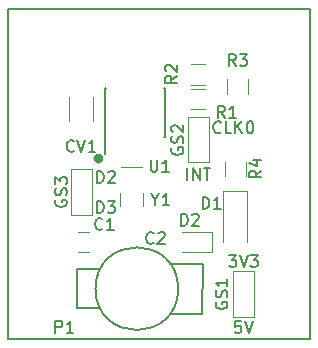
<source format=gbr>
G04 #@! TF.FileFunction,Legend,Top*
%FSLAX46Y46*%
G04 Gerber Fmt 4.6, Leading zero omitted, Abs format (unit mm)*
G04 Created by KiCad (PCBNEW 4.0.6) date 08/13/17 19:50:11*
%MOMM*%
%LPD*%
G01*
G04 APERTURE LIST*
%ADD10C,0.100000*%
%ADD11C,0.400000*%
%ADD12C,0.150000*%
%ADD13C,0.120000*%
G04 APERTURE END LIST*
D10*
D11*
X118455009Y-102245000D02*
G75*
G03X118455009Y-102245000I-214009J0D01*
G01*
D12*
X136141000Y-89565000D02*
X110621000Y-89565000D01*
X136141000Y-117505000D02*
X136141000Y-89565000D01*
X110621000Y-117505000D02*
X136141000Y-117505000D01*
X110621000Y-89565000D02*
X110621000Y-117505000D01*
X128595572Y-100001343D02*
X128547953Y-100048962D01*
X128405096Y-100096581D01*
X128309858Y-100096581D01*
X128167000Y-100048962D01*
X128071762Y-99953724D01*
X128024143Y-99858486D01*
X127976524Y-99668010D01*
X127976524Y-99525152D01*
X128024143Y-99334676D01*
X128071762Y-99239438D01*
X128167000Y-99144200D01*
X128309858Y-99096581D01*
X128405096Y-99096581D01*
X128547953Y-99144200D01*
X128595572Y-99191819D01*
X129500334Y-100096581D02*
X129024143Y-100096581D01*
X129024143Y-99096581D01*
X129833667Y-100096581D02*
X129833667Y-99096581D01*
X130405096Y-100096581D02*
X129976524Y-99525152D01*
X130405096Y-99096581D02*
X129833667Y-99668010D01*
X131024143Y-99096581D02*
X131119382Y-99096581D01*
X131214620Y-99144200D01*
X131262239Y-99191819D01*
X131309858Y-99287057D01*
X131357477Y-99477533D01*
X131357477Y-99715629D01*
X131309858Y-99906105D01*
X131262239Y-100001343D01*
X131214620Y-100048962D01*
X131119382Y-100096581D01*
X131024143Y-100096581D01*
X130928905Y-100048962D01*
X130881286Y-100001343D01*
X130833667Y-99906105D01*
X130786048Y-99715629D01*
X130786048Y-99477533D01*
X130833667Y-99287057D01*
X130881286Y-99191819D01*
X130928905Y-99144200D01*
X131024143Y-99096581D01*
X125765038Y-104058981D02*
X125765038Y-103058981D01*
X126241228Y-104058981D02*
X126241228Y-103058981D01*
X126812657Y-104058981D01*
X126812657Y-103058981D01*
X127145990Y-103058981D02*
X127717419Y-103058981D01*
X127431704Y-104058981D02*
X127431704Y-103058981D01*
X118108505Y-106852981D02*
X118108505Y-105852981D01*
X118346600Y-105852981D01*
X118489458Y-105900600D01*
X118584696Y-105995838D01*
X118632315Y-106091076D01*
X118679934Y-106281552D01*
X118679934Y-106424410D01*
X118632315Y-106614886D01*
X118584696Y-106710124D01*
X118489458Y-106805362D01*
X118346600Y-106852981D01*
X118108505Y-106852981D01*
X119013267Y-105852981D02*
X119632315Y-105852981D01*
X119298981Y-106233933D01*
X119441839Y-106233933D01*
X119537077Y-106281552D01*
X119584696Y-106329171D01*
X119632315Y-106424410D01*
X119632315Y-106662505D01*
X119584696Y-106757743D01*
X119537077Y-106805362D01*
X119441839Y-106852981D01*
X119156124Y-106852981D01*
X119060886Y-106805362D01*
X119013267Y-106757743D01*
X118108505Y-104312981D02*
X118108505Y-103312981D01*
X118346600Y-103312981D01*
X118489458Y-103360600D01*
X118584696Y-103455838D01*
X118632315Y-103551076D01*
X118679934Y-103741552D01*
X118679934Y-103884410D01*
X118632315Y-104074886D01*
X118584696Y-104170124D01*
X118489458Y-104265362D01*
X118346600Y-104312981D01*
X118108505Y-104312981D01*
X119060886Y-103408219D02*
X119108505Y-103360600D01*
X119203743Y-103312981D01*
X119441839Y-103312981D01*
X119537077Y-103360600D01*
X119584696Y-103408219D01*
X119632315Y-103503457D01*
X119632315Y-103598695D01*
X119584696Y-103741552D01*
X119013267Y-104312981D01*
X119632315Y-104312981D01*
X129292505Y-110424981D02*
X129911553Y-110424981D01*
X129578219Y-110805933D01*
X129721077Y-110805933D01*
X129816315Y-110853552D01*
X129863934Y-110901171D01*
X129911553Y-110996410D01*
X129911553Y-111234505D01*
X129863934Y-111329743D01*
X129816315Y-111377362D01*
X129721077Y-111424981D01*
X129435362Y-111424981D01*
X129340124Y-111377362D01*
X129292505Y-111329743D01*
X130197267Y-110424981D02*
X130530600Y-111424981D01*
X130863934Y-110424981D01*
X131102029Y-110424981D02*
X131721077Y-110424981D01*
X131387743Y-110805933D01*
X131530601Y-110805933D01*
X131625839Y-110853552D01*
X131673458Y-110901171D01*
X131721077Y-110996410D01*
X131721077Y-111234505D01*
X131673458Y-111329743D01*
X131625839Y-111377362D01*
X131530601Y-111424981D01*
X131244886Y-111424981D01*
X131149648Y-111377362D01*
X131102029Y-111329743D01*
X130289324Y-116012981D02*
X129813133Y-116012981D01*
X129765514Y-116489171D01*
X129813133Y-116441552D01*
X129908371Y-116393933D01*
X130146467Y-116393933D01*
X130241705Y-116441552D01*
X130289324Y-116489171D01*
X130336943Y-116584410D01*
X130336943Y-116822505D01*
X130289324Y-116917743D01*
X130241705Y-116965362D01*
X130146467Y-117012981D01*
X129908371Y-117012981D01*
X129813133Y-116965362D01*
X129765514Y-116917743D01*
X130622657Y-116012981D02*
X130955990Y-117012981D01*
X131289324Y-116012981D01*
D13*
X125779800Y-98750200D02*
X125779800Y-102570200D01*
X125779800Y-102570200D02*
X127559800Y-102570200D01*
X127559800Y-102570200D02*
X127559800Y-98750200D01*
X125779800Y-98750200D02*
X127559800Y-98750200D01*
X121981000Y-105139400D02*
X121981000Y-106239400D01*
X120081000Y-105139400D02*
X120081000Y-106239400D01*
X121931000Y-102989400D02*
X120131000Y-102989400D01*
X130819400Y-109319000D02*
X130819400Y-105019000D01*
X130819400Y-105019000D02*
X128819400Y-105019000D01*
X128819400Y-105019000D02*
X128819400Y-109319000D01*
D12*
X118760800Y-100449200D02*
X118810800Y-100449200D01*
X118760800Y-96299200D02*
X118905800Y-96299200D01*
X123910800Y-96299200D02*
X123765800Y-96299200D01*
X123910800Y-100449200D02*
X123765800Y-100449200D01*
X118760800Y-100449200D02*
X118760800Y-96299200D01*
X123910800Y-100449200D02*
X123910800Y-96299200D01*
X118810800Y-100449200D02*
X118810800Y-101849200D01*
D13*
X129142600Y-96739000D02*
X129142600Y-95539000D01*
X130902600Y-95539000D02*
X130902600Y-96739000D01*
X117467000Y-108497000D02*
X116467000Y-108497000D01*
X116467000Y-110197000D02*
X117467000Y-110197000D01*
X131420600Y-115625800D02*
X131420600Y-111805800D01*
X131420600Y-111805800D02*
X129640600Y-111805800D01*
X129640600Y-111805800D02*
X129640600Y-115625800D01*
X131420600Y-115625800D02*
X129640600Y-115625800D01*
X125779800Y-98750200D02*
X125779800Y-102570200D01*
X125779800Y-102570200D02*
X127559800Y-102570200D01*
X127559800Y-102570200D02*
X127559800Y-98750200D01*
X125779800Y-98750200D02*
X127559800Y-98750200D01*
X115924600Y-103169800D02*
X115924600Y-106989800D01*
X115924600Y-106989800D02*
X117704600Y-106989800D01*
X117704600Y-106989800D02*
X117704600Y-103169800D01*
X115924600Y-103169800D02*
X117704600Y-103169800D01*
X126069800Y-96325800D02*
X127269800Y-96325800D01*
X127269800Y-98085800D02*
X126069800Y-98085800D01*
X126069800Y-94243000D02*
X127269800Y-94243000D01*
X127269800Y-96003000D02*
X126069800Y-96003000D01*
X117783800Y-99069400D02*
X117783800Y-97069400D01*
X115743800Y-97069400D02*
X115743800Y-99069400D01*
D12*
X124268200Y-115388600D02*
X127038200Y-115408600D01*
X127038200Y-115408600D02*
X127058200Y-111188600D01*
X127118200Y-111178600D02*
X124338200Y-111188600D01*
X118398200Y-114918600D02*
X116428200Y-114918600D01*
X116428200Y-114848600D02*
X116448200Y-111608600D01*
X116428200Y-111598600D02*
X118358200Y-111598600D01*
X124988329Y-113258600D02*
G75*
G03X124988329Y-113258600I-3500129J0D01*
G01*
D13*
X127865000Y-110146200D02*
X127865000Y-108446200D01*
X127865000Y-108446200D02*
X125315000Y-108446200D01*
X127865000Y-110146200D02*
X125315000Y-110146200D01*
X130699400Y-102498600D02*
X130699400Y-103698600D01*
X128939400Y-103698600D02*
X128939400Y-102498600D01*
D12*
X124469800Y-101350676D02*
X124422181Y-101445914D01*
X124422181Y-101588771D01*
X124469800Y-101731629D01*
X124565038Y-101826867D01*
X124660276Y-101874486D01*
X124850752Y-101922105D01*
X124993610Y-101922105D01*
X125184086Y-101874486D01*
X125279324Y-101826867D01*
X125374562Y-101731629D01*
X125422181Y-101588771D01*
X125422181Y-101493533D01*
X125374562Y-101350676D01*
X125326943Y-101303057D01*
X124993610Y-101303057D01*
X124993610Y-101493533D01*
X125374562Y-100922105D02*
X125422181Y-100779248D01*
X125422181Y-100541152D01*
X125374562Y-100445914D01*
X125326943Y-100398295D01*
X125231705Y-100350676D01*
X125136467Y-100350676D01*
X125041229Y-100398295D01*
X124993610Y-100445914D01*
X124945990Y-100541152D01*
X124898371Y-100731629D01*
X124850752Y-100826867D01*
X124803133Y-100874486D01*
X124707895Y-100922105D01*
X124612657Y-100922105D01*
X124517419Y-100874486D01*
X124469800Y-100826867D01*
X124422181Y-100731629D01*
X124422181Y-100493533D01*
X124469800Y-100350676D01*
X124517419Y-99969724D02*
X124469800Y-99922105D01*
X124422181Y-99826867D01*
X124422181Y-99588771D01*
X124469800Y-99493533D01*
X124517419Y-99445914D01*
X124612657Y-99398295D01*
X124707895Y-99398295D01*
X124850752Y-99445914D01*
X125422181Y-100017343D01*
X125422181Y-99398295D01*
X123044009Y-105716390D02*
X123044009Y-106192581D01*
X122710676Y-105192581D02*
X123044009Y-105716390D01*
X123377343Y-105192581D01*
X124234486Y-106192581D02*
X123663057Y-106192581D01*
X123948771Y-106192581D02*
X123948771Y-105192581D01*
X123853533Y-105335438D01*
X123758295Y-105430676D01*
X123663057Y-105478295D01*
X127049305Y-106497381D02*
X127049305Y-105497381D01*
X127287400Y-105497381D01*
X127430258Y-105545000D01*
X127525496Y-105640238D01*
X127573115Y-105735476D01*
X127620734Y-105925952D01*
X127620734Y-106068810D01*
X127573115Y-106259286D01*
X127525496Y-106354524D01*
X127430258Y-106449762D01*
X127287400Y-106497381D01*
X127049305Y-106497381D01*
X128573115Y-106497381D02*
X128001686Y-106497381D01*
X128287400Y-106497381D02*
X128287400Y-105497381D01*
X128192162Y-105640238D01*
X128096924Y-105735476D01*
X128001686Y-105783095D01*
X122656695Y-102347781D02*
X122656695Y-103157305D01*
X122704314Y-103252543D01*
X122751933Y-103300162D01*
X122847171Y-103347781D01*
X123037648Y-103347781D01*
X123132886Y-103300162D01*
X123180505Y-103252543D01*
X123228124Y-103157305D01*
X123228124Y-102347781D01*
X124228124Y-103347781D02*
X123656695Y-103347781D01*
X123942409Y-103347781D02*
X123942409Y-102347781D01*
X123847171Y-102490638D01*
X123751933Y-102585876D01*
X123656695Y-102633495D01*
X129855934Y-94406981D02*
X129522600Y-93930790D01*
X129284505Y-94406981D02*
X129284505Y-93406981D01*
X129665458Y-93406981D01*
X129760696Y-93454600D01*
X129808315Y-93502219D01*
X129855934Y-93597457D01*
X129855934Y-93740314D01*
X129808315Y-93835552D01*
X129760696Y-93883171D01*
X129665458Y-93930790D01*
X129284505Y-93930790D01*
X130189267Y-93406981D02*
X130808315Y-93406981D01*
X130474981Y-93787933D01*
X130617839Y-93787933D01*
X130713077Y-93835552D01*
X130760696Y-93883171D01*
X130808315Y-93978410D01*
X130808315Y-94216505D01*
X130760696Y-94311743D01*
X130713077Y-94359362D01*
X130617839Y-94406981D01*
X130332124Y-94406981D01*
X130236886Y-94359362D01*
X130189267Y-94311743D01*
X118578334Y-108180143D02*
X118530715Y-108227762D01*
X118387858Y-108275381D01*
X118292620Y-108275381D01*
X118149762Y-108227762D01*
X118054524Y-108132524D01*
X118006905Y-108037286D01*
X117959286Y-107846810D01*
X117959286Y-107703952D01*
X118006905Y-107513476D01*
X118054524Y-107418238D01*
X118149762Y-107323000D01*
X118292620Y-107275381D01*
X118387858Y-107275381D01*
X118530715Y-107323000D01*
X118578334Y-107370619D01*
X119530715Y-108275381D02*
X118959286Y-108275381D01*
X119245000Y-108275381D02*
X119245000Y-107275381D01*
X119149762Y-107418238D01*
X119054524Y-107513476D01*
X118959286Y-107561095D01*
X128201800Y-114406276D02*
X128154181Y-114501514D01*
X128154181Y-114644371D01*
X128201800Y-114787229D01*
X128297038Y-114882467D01*
X128392276Y-114930086D01*
X128582752Y-114977705D01*
X128725610Y-114977705D01*
X128916086Y-114930086D01*
X129011324Y-114882467D01*
X129106562Y-114787229D01*
X129154181Y-114644371D01*
X129154181Y-114549133D01*
X129106562Y-114406276D01*
X129058943Y-114358657D01*
X128725610Y-114358657D01*
X128725610Y-114549133D01*
X129106562Y-113977705D02*
X129154181Y-113834848D01*
X129154181Y-113596752D01*
X129106562Y-113501514D01*
X129058943Y-113453895D01*
X128963705Y-113406276D01*
X128868467Y-113406276D01*
X128773229Y-113453895D01*
X128725610Y-113501514D01*
X128677990Y-113596752D01*
X128630371Y-113787229D01*
X128582752Y-113882467D01*
X128535133Y-113930086D01*
X128439895Y-113977705D01*
X128344657Y-113977705D01*
X128249419Y-113930086D01*
X128201800Y-113882467D01*
X128154181Y-113787229D01*
X128154181Y-113549133D01*
X128201800Y-113406276D01*
X129154181Y-112453895D02*
X129154181Y-113025324D01*
X129154181Y-112739610D02*
X128154181Y-112739610D01*
X128297038Y-112834848D01*
X128392276Y-112930086D01*
X128439895Y-113025324D01*
X124469800Y-101350676D02*
X124422181Y-101445914D01*
X124422181Y-101588771D01*
X124469800Y-101731629D01*
X124565038Y-101826867D01*
X124660276Y-101874486D01*
X124850752Y-101922105D01*
X124993610Y-101922105D01*
X125184086Y-101874486D01*
X125279324Y-101826867D01*
X125374562Y-101731629D01*
X125422181Y-101588771D01*
X125422181Y-101493533D01*
X125374562Y-101350676D01*
X125326943Y-101303057D01*
X124993610Y-101303057D01*
X124993610Y-101493533D01*
X125374562Y-100922105D02*
X125422181Y-100779248D01*
X125422181Y-100541152D01*
X125374562Y-100445914D01*
X125326943Y-100398295D01*
X125231705Y-100350676D01*
X125136467Y-100350676D01*
X125041229Y-100398295D01*
X124993610Y-100445914D01*
X124945990Y-100541152D01*
X124898371Y-100731629D01*
X124850752Y-100826867D01*
X124803133Y-100874486D01*
X124707895Y-100922105D01*
X124612657Y-100922105D01*
X124517419Y-100874486D01*
X124469800Y-100826867D01*
X124422181Y-100731629D01*
X124422181Y-100493533D01*
X124469800Y-100350676D01*
X124517419Y-99969724D02*
X124469800Y-99922105D01*
X124422181Y-99826867D01*
X124422181Y-99588771D01*
X124469800Y-99493533D01*
X124517419Y-99445914D01*
X124612657Y-99398295D01*
X124707895Y-99398295D01*
X124850752Y-99445914D01*
X125422181Y-100017343D01*
X125422181Y-99398295D01*
X114614600Y-105770276D02*
X114566981Y-105865514D01*
X114566981Y-106008371D01*
X114614600Y-106151229D01*
X114709838Y-106246467D01*
X114805076Y-106294086D01*
X114995552Y-106341705D01*
X115138410Y-106341705D01*
X115328886Y-106294086D01*
X115424124Y-106246467D01*
X115519362Y-106151229D01*
X115566981Y-106008371D01*
X115566981Y-105913133D01*
X115519362Y-105770276D01*
X115471743Y-105722657D01*
X115138410Y-105722657D01*
X115138410Y-105913133D01*
X115519362Y-105341705D02*
X115566981Y-105198848D01*
X115566981Y-104960752D01*
X115519362Y-104865514D01*
X115471743Y-104817895D01*
X115376505Y-104770276D01*
X115281267Y-104770276D01*
X115186029Y-104817895D01*
X115138410Y-104865514D01*
X115090790Y-104960752D01*
X115043171Y-105151229D01*
X114995552Y-105246467D01*
X114947933Y-105294086D01*
X114852695Y-105341705D01*
X114757457Y-105341705D01*
X114662219Y-105294086D01*
X114614600Y-105246467D01*
X114566981Y-105151229D01*
X114566981Y-104913133D01*
X114614600Y-104770276D01*
X114566981Y-104436943D02*
X114566981Y-103817895D01*
X114947933Y-104151229D01*
X114947933Y-104008371D01*
X114995552Y-103913133D01*
X115043171Y-103865514D01*
X115138410Y-103817895D01*
X115376505Y-103817895D01*
X115471743Y-103865514D01*
X115519362Y-103913133D01*
X115566981Y-104008371D01*
X115566981Y-104294086D01*
X115519362Y-104389324D01*
X115471743Y-104436943D01*
X128941534Y-98775781D02*
X128608200Y-98299590D01*
X128370105Y-98775781D02*
X128370105Y-97775781D01*
X128751058Y-97775781D01*
X128846296Y-97823400D01*
X128893915Y-97871019D01*
X128941534Y-97966257D01*
X128941534Y-98109114D01*
X128893915Y-98204352D01*
X128846296Y-98251971D01*
X128751058Y-98299590D01*
X128370105Y-98299590D01*
X129893915Y-98775781D02*
X129322486Y-98775781D01*
X129608200Y-98775781D02*
X129608200Y-97775781D01*
X129512962Y-97918638D01*
X129417724Y-98013876D01*
X129322486Y-98061495D01*
X124886981Y-95238866D02*
X124410790Y-95572200D01*
X124886981Y-95810295D02*
X123886981Y-95810295D01*
X123886981Y-95429342D01*
X123934600Y-95334104D01*
X123982219Y-95286485D01*
X124077457Y-95238866D01*
X124220314Y-95238866D01*
X124315552Y-95286485D01*
X124363171Y-95334104D01*
X124410790Y-95429342D01*
X124410790Y-95810295D01*
X123982219Y-94857914D02*
X123934600Y-94810295D01*
X123886981Y-94715057D01*
X123886981Y-94476961D01*
X123934600Y-94381723D01*
X123982219Y-94334104D01*
X124077457Y-94286485D01*
X124172695Y-94286485D01*
X124315552Y-94334104D01*
X124886981Y-94905533D01*
X124886981Y-94286485D01*
X116168562Y-101576143D02*
X116120943Y-101623762D01*
X115978086Y-101671381D01*
X115882848Y-101671381D01*
X115739990Y-101623762D01*
X115644752Y-101528524D01*
X115597133Y-101433286D01*
X115549514Y-101242810D01*
X115549514Y-101099952D01*
X115597133Y-100909476D01*
X115644752Y-100814238D01*
X115739990Y-100719000D01*
X115882848Y-100671381D01*
X115978086Y-100671381D01*
X116120943Y-100719000D01*
X116168562Y-100766619D01*
X116454276Y-100671381D02*
X116787609Y-101671381D01*
X117120943Y-100671381D01*
X117978086Y-101671381D02*
X117406657Y-101671381D01*
X117692371Y-101671381D02*
X117692371Y-100671381D01*
X117597133Y-100814238D01*
X117501895Y-100909476D01*
X117406657Y-100957095D01*
X122904334Y-109372143D02*
X122856715Y-109419762D01*
X122713858Y-109467381D01*
X122618620Y-109467381D01*
X122475762Y-109419762D01*
X122380524Y-109324524D01*
X122332905Y-109229286D01*
X122285286Y-109038810D01*
X122285286Y-108895952D01*
X122332905Y-108705476D01*
X122380524Y-108610238D01*
X122475762Y-108515000D01*
X122618620Y-108467381D01*
X122713858Y-108467381D01*
X122856715Y-108515000D01*
X122904334Y-108562619D01*
X123285286Y-108562619D02*
X123332905Y-108515000D01*
X123428143Y-108467381D01*
X123666239Y-108467381D01*
X123761477Y-108515000D01*
X123809096Y-108562619D01*
X123856715Y-108657857D01*
X123856715Y-108753095D01*
X123809096Y-108895952D01*
X123237667Y-109467381D01*
X123856715Y-109467381D01*
X125220505Y-107919781D02*
X125220505Y-106919781D01*
X125458600Y-106919781D01*
X125601458Y-106967400D01*
X125696696Y-107062638D01*
X125744315Y-107157876D01*
X125791934Y-107348352D01*
X125791934Y-107491210D01*
X125744315Y-107681686D01*
X125696696Y-107776924D01*
X125601458Y-107872162D01*
X125458600Y-107919781D01*
X125220505Y-107919781D01*
X126172886Y-107015019D02*
X126220505Y-106967400D01*
X126315743Y-106919781D01*
X126553839Y-106919781D01*
X126649077Y-106967400D01*
X126696696Y-107015019D01*
X126744315Y-107110257D01*
X126744315Y-107205495D01*
X126696696Y-107348352D01*
X126125267Y-107919781D01*
X126744315Y-107919781D01*
X132013381Y-103261666D02*
X131537190Y-103595000D01*
X132013381Y-103833095D02*
X131013381Y-103833095D01*
X131013381Y-103452142D01*
X131061000Y-103356904D01*
X131108619Y-103309285D01*
X131203857Y-103261666D01*
X131346714Y-103261666D01*
X131441952Y-103309285D01*
X131489571Y-103356904D01*
X131537190Y-103452142D01*
X131537190Y-103833095D01*
X131346714Y-102404523D02*
X132013381Y-102404523D01*
X130965762Y-102642619D02*
X131680048Y-102880714D01*
X131680048Y-102261666D01*
X114592905Y-116987381D02*
X114592905Y-115987381D01*
X114973858Y-115987381D01*
X115069096Y-116035000D01*
X115116715Y-116082619D01*
X115164334Y-116177857D01*
X115164334Y-116320714D01*
X115116715Y-116415952D01*
X115069096Y-116463571D01*
X114973858Y-116511190D01*
X114592905Y-116511190D01*
X116116715Y-116987381D02*
X115545286Y-116987381D01*
X115831000Y-116987381D02*
X115831000Y-115987381D01*
X115735762Y-116130238D01*
X115640524Y-116225476D01*
X115545286Y-116273095D01*
M02*

</source>
